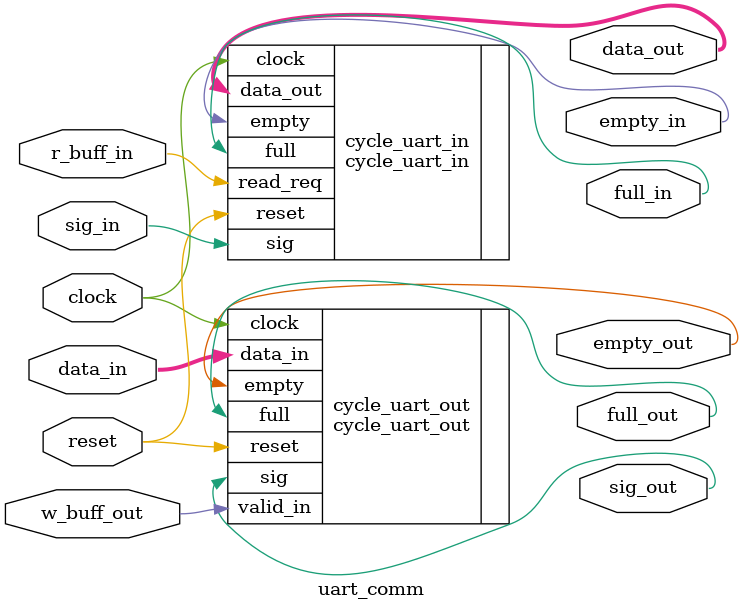
<source format=sv>
module uart_comm#(parameter
    WORD_SIZE = 32,
    WORD_PART = 8,
    MEM_SIZE = 64,
    CLQ_FREQ = 200_000_000,
    BAUD_RATE = 115200
)(
    input bit clock,
    input bit reset,
    input bit r_buff_in, // sinal de leitura do buffer de entrada
    input bit w_buff_out, // sinal de escrita do buffer de saida
    input bit sig_in,      // sinal de entrada do uart
    output bit sig_out,    // sinal de saida do uart
    output [WORD_SIZE-1:0] data_out, // dado que entrou pela uart para o sistema
    input [WORD_SIZE-1: 0] data_in, // dado que saiu do sistema para a uart
    output bit full_in,    //sinal de buffer de entrada cheio
    output bit empty_in,    //sinal de buffer de entrada vazio
    output bit full_out,    //sinal de buffer de saida cheio
    output bit empty_out    //sinal de buffer de saida vazio
);



cycle_uart_in #(WORD_SIZE, WORD_PART, MEM_SIZE, CLQ_FREQ, BAUD_RATE)   
            cycle_uart_in(.clock(clock),         .reset(reset), 
                          .read_req(r_buff_in),     .sig(sig_in),
                          .data_out(data_out),      .full(full_in),
                          .empty(empty_in));

cycle_uart_out #(WORD_SIZE, WORD_PART, MEM_SIZE, CLQ_FREQ, BAUD_RATE)   
            cycle_uart_out(.clock(clock),         .reset(reset), 
                          .data_in(data_in),       .valid_in(w_buff_out),
                          .sig(sig_out),            .full(full_out),
                          .empty(empty_out));

endmodule
</source>
